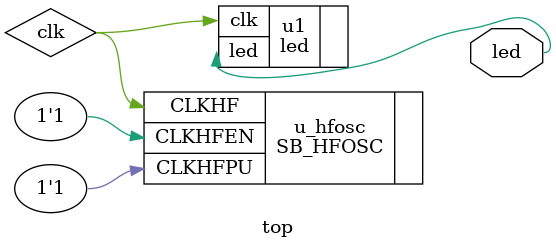
<source format=v>
module top(
    output wire led
);

    wire clk;
    
    // Internal 12MHz oscillator (iCE40 UP5K)
    SB_HFOSC #(.CLKHF_DIV("0b00")) u_hfosc (
        .CLKHFEN(1'b1),
        .CLKHFPU(1'b1),
        .CLKHF(clk)
    );

    led u1(
        .clk(clk),
        .led(led)
    );

endmodule

</source>
